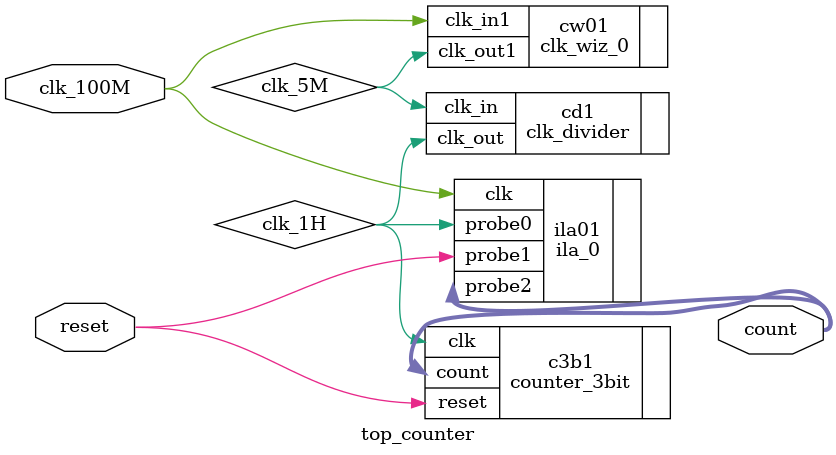
<source format=v>
`timescale 1ns / 1ps

module top_counter(
    input clk_100M,
    input reset,
    output [2:0] count
    );

    wire clk_5M, clk_1H;

    clk_wiz_0 cw01 (.clk_in1(clk_100M), .clk_out1(clk_5M));

    clk_divider #(.div_value(2500000)) cd1 (.clk_in(clk_5M), .clk_out(clk_1H));

    counter_3bit c3b1 (.clk(clk_1H), .reset(reset), .count(count));

    ila_0 ila01 (.clk(clk_100M), .probe0(clk_1H), .probe1(reset), .probe2(count));
endmodule

</source>
